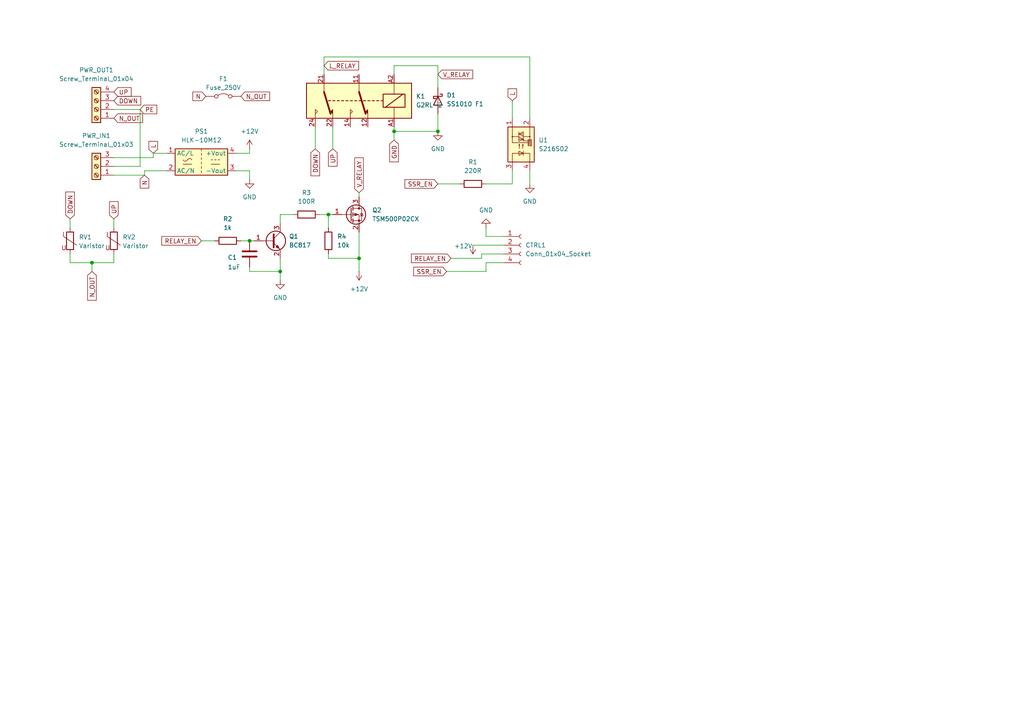
<source format=kicad_sch>
(kicad_sch (version 20250114) (generator "eeschema") (generator_version "9.0")
  (paper "A4")
  (lib_symbols
    (symbol "Connector:Conn_01x04_Socket" (pin_names (offset 1.016) (hide yes))
      (property "Reference" "J" (at 0 5.08 0))
      (property "Value" "Conn_01x04_Socket" (at 0 -7.62 0))
      (symbol "Conn_01x04_Socket_1_1"
        (polyline (pts (xy -1.27 2.54) (xy -0.508 2.54)) (stroke (width 0.1524)))
        (polyline (pts (xy -1.27 0) (xy -0.508 0)) (stroke (width 0.1524)))
        (polyline (pts (xy -1.27 -2.54) (xy -0.508 -2.54)) (stroke (width 0.1524)))
        (polyline (pts (xy -1.27 -5.08) (xy -0.508 -5.08)) (stroke (width 0.1524)))
        (arc (start 0 2.032) (mid -0.5058 2.54) (end 0 3.048) (stroke (width 0.1524)))
        (arc (start 0 -0.508) (mid -0.5058 0) (end 0 0.508) (stroke (width 0.1524)))
        (arc (start 0 -3.048) (mid -0.5058 -2.54) (end 0 -2.032) (stroke (width 0.1524)))
        (arc (start 0 -5.588) (mid -0.5058 -5.08) (end 0 -4.572) (stroke (width 0.1524)))
        (pin passive line (at -5.08 2.54 0) (length 3.81) (name "Pin_1") (number "1"))
        (pin passive line (at -5.08 0 0) (length 3.81) (name "Pin_2") (number "2"))
        (pin passive line (at -5.08 -2.54 0) (length 3.81) (name "Pin_3") (number "3"))
        (pin passive line (at -5.08 -5.08 0) (length 3.81) (name "Pin_4") (number "4"))
      )
    )
    (symbol "Connector:Screw_Terminal_01x03" (pin_names (offset 1.016) (hide yes))
      (property "Reference" "J" (at 0 5.08 0))
      (property "Value" "Screw_Terminal_01x03" (at 0 -5.08 0))
      (symbol "Screw_Terminal_01x03_1_1"
        (rectangle (start -1.27 3.81) (end 1.27 -3.81) (stroke (width 0.254)) (fill (type background)))
        (polyline (pts (xy -0.5334 2.8702) (xy 0.3302 2.032)) (stroke (width 0.1524)))
        (polyline (pts (xy -0.5334 0.3302) (xy 0.3302 -0.508)) (stroke (width 0.1524)))
        (polyline (pts (xy -0.5334 -2.2098) (xy 0.3302 -3.048)) (stroke (width 0.1524)))
        (polyline (pts (xy -0.3556 3.048) (xy 0.508 2.2098)) (stroke (width 0.1524)))
        (polyline (pts (xy -0.3556 0.508) (xy 0.508 -0.3302)) (stroke (width 0.1524)))
        (polyline (pts (xy -0.3556 -2.032) (xy 0.508 -2.8702)) (stroke (width 0.1524)))
        (circle (center 0 2.54) (radius 0.635) (stroke (width 0.1524)))
        (circle (center 0 0) (radius 0.635) (stroke (width 0.1524)))
        (circle (center 0 -2.54) (radius 0.635) (stroke (width 0.1524)))
        (pin passive line (at -5.08 2.54 0) (length 3.81) (name "Pin_1") (number "1"))
        (pin passive line (at -5.08 0 0) (length 3.81) (name "Pin_2") (number "2"))
        (pin passive line (at -5.08 -2.54 0) (length 3.81) (name "Pin_3") (number "3"))
      )
    )
    (symbol "Connector:Screw_Terminal_01x04" (pin_names (offset 1.016) (hide yes))
      (property "Reference" "J" (at 0 5.08 0))
      (property "Value" "Screw_Terminal_01x04" (at 0 -7.62 0))
      (symbol "Screw_Terminal_01x04_1_1"
        (rectangle (start -1.27 3.81) (end 1.27 -6.35) (stroke (width 0.254)) (fill (type background)))
        (polyline (pts (xy -0.5334 2.8702) (xy 0.3302 2.032)) (stroke (width 0.1524)))
        (polyline (pts (xy -0.5334 0.3302) (xy 0.3302 -0.508)) (stroke (width 0.1524)))
        (polyline (pts (xy -0.5334 -2.2098) (xy 0.3302 -3.048)) (stroke (width 0.1524)))
        (polyline (pts (xy -0.5334 -4.7498) (xy 0.3302 -5.588)) (stroke (width 0.1524)))
        (polyline (pts (xy -0.3556 3.048) (xy 0.508 2.2098)) (stroke (width 0.1524)))
        (polyline (pts (xy -0.3556 0.508) (xy 0.508 -0.3302)) (stroke (width 0.1524)))
        (polyline (pts (xy -0.3556 -2.032) (xy 0.508 -2.8702)) (stroke (width 0.1524)))
        (polyline (pts (xy -0.3556 -4.572) (xy 0.508 -5.4102)) (stroke (width 0.1524)))
        (circle (center 0 2.54) (radius 0.635) (stroke (width 0.1524)))
        (circle (center 0 0) (radius 0.635) (stroke (width 0.1524)))
        (circle (center 0 -2.54) (radius 0.635) (stroke (width 0.1524)))
        (circle (center 0 -5.08) (radius 0.635) (stroke (width 0.1524)))
        (pin passive line (at -5.08 2.54 0) (length 3.81) (name "Pin_1") (number "1"))
        (pin passive line (at -5.08 0 0) (length 3.81) (name "Pin_2") (number "2"))
        (pin passive line (at -5.08 -2.54 0) (length 3.81) (name "Pin_3") (number "3"))
        (pin passive line (at -5.08 -5.08 0) (length 3.81) (name "Pin_4") (number "4"))
      )
    )
    (symbol "Converter_ACDC:HLK-10M12"
      (property "Reference" "PS" (at 0 5.08 0))
      (property "Value" "HLK-10M12" (at 0 -5.08 0))
      (symbol "HLK-10M12_0_1"
        (rectangle (start -7.62 3.81) (end 7.62 -3.81) (stroke (width 0.254)) (fill (type background)))
        (polyline (pts (xy -5.334 -0.635) (xy -2.794 -0.635)))
        (arc (start -4.064 0.635) (mid -4.699 0.2495) (end -5.334 0.635))
        (arc (start -4.064 0.635) (mid -3.429 1.0072) (end -2.794 0.635))
        (polyline (pts (xy 0 3.81) (xy 0 3.175)))
        (polyline (pts (xy 0 2.54) (xy 0 1.905)))
        (polyline (pts (xy 0 1.27) (xy 0 0.635)))
        (polyline (pts (xy 0 0) (xy 0 -0.635)))
        (polyline (pts (xy 0 -1.27) (xy 0 -1.905)))
        (polyline (pts (xy 0 -2.54) (xy 0 -3.175)))
        (polyline (pts (xy 2.794 0.635) (xy 3.302 0.635)))
        (polyline (pts (xy 2.794 -0.635) (xy 5.334 -0.635)))
        (polyline (pts (xy 3.81 0.635) (xy 4.318 0.635)))
        (polyline (pts (xy 4.826 0.635) (xy 5.334 0.635)))
      )
      (symbol "HLK-10M12_1_1"
        (pin power_in line (at -10.16 2.54 0) (length 2.54) (name "AC/L") (number "1"))
        (pin power_in line (at -10.16 -2.54 0) (length 2.54) (name "AC/N") (number "2"))
        (pin power_out line (at 10.16 2.54 180) (length 2.54) (name "+Vout") (number "4"))
        (pin power_out line (at 10.16 -2.54 180) (length 2.54) (name "-Vout") (number "3"))
      )
    )
    (symbol "Device:C" (pin_numbers (hide yes)) (pin_names (offset 0.254))
      (property "Reference" "C" (at 0.635 2.54 0))
      (property "Value" "C" (at 0.635 -2.54 0))
      (symbol "C_0_1"
        (polyline (pts (xy -2.032 0.762) (xy 2.032 0.762)) (stroke (width 0.508)))
        (polyline (pts (xy -2.032 -0.762) (xy 2.032 -0.762)) (stroke (width 0.508)))
      )
      (symbol "C_1_1"
        (pin passive line (at 0 3.81 270) (length 2.794) (name "~") (number "1"))
        (pin passive line (at 0 -3.81 90) (length 2.794) (name "~") (number "2"))
      )
    )
    (symbol "Device:R" (pin_numbers (hide yes)) (pin_names (offset 0))
      (property "Reference" "R" (at 2.032 0 90))
      (property "Value" "R" (at 0 0 90))
      (symbol "R_0_1"
        (rectangle (start -1.016 -2.54) (end 1.016 2.54) (stroke (width 0.254)))
      )
      (symbol "R_1_1"
        (pin passive line (at 0 3.81 270) (length 1.27) (name "~") (number "1"))
        (pin passive line (at 0 -3.81 90) (length 1.27) (name "~") (number "2"))
      )
    )
    (symbol "Device:Varistor" (pin_numbers (hide yes)) (pin_names (offset 0))
      (property "Reference" "RV" (at 3.175 0 90))
      (property "Value" "Varistor" (at -3.175 0 90))
      (symbol "Varistor_0_0"
        (text "U" (at -1.778 -2.032 0) (effects (font (size 1.27 1.27))))
      )
      (symbol "Varistor_0_1"
        (polyline (pts (xy -1.905 2.54) (xy -1.905 1.27) (xy 1.905 -1.27)))
        (rectangle (start -1.016 -2.54) (end 1.016 2.54) (stroke (width 0.254)))
      )
      (symbol "Varistor_1_1"
        (pin passive line (at 0 3.81 270) (length 1.27) (name "~") (number "1"))
        (pin passive line (at 0 -3.81 90) (length 1.27) (name "~") (number "2"))
      )
    )
    (symbol "Diode:B360" (pin_numbers (hide yes)) (pin_names (offset 1.016) (hide yes))
      (property "Reference" "D" (at 0 2.54 0))
      (property "Value" "B360" (at 0 -2.54 0))
      (symbol "B360_0_1"
        (polyline (pts (xy -1.905 0.635) (xy -1.905 1.27) (xy -1.27 1.27) (xy -1.27 -1.27) (xy -0.635 -1.27) (xy -0.635 -0.635)) (stroke (width 0.254)))
        (polyline (pts (xy 1.27 1.27) (xy 1.27 -1.27) (xy -1.27 0) (xy 1.27 1.27)) (stroke (width 0.254)))
        (polyline (pts (xy 1.27 0) (xy -1.27 0)))
      )
      (symbol "B360_1_1"
        (pin passive line (at -3.81 0 0) (length 2.54) (name "K") (number "1"))
        (pin passive line (at 3.81 0 180) (length 2.54) (name "A") (number "2"))
      )
    )
    (symbol "Jumper:Jumper_2_Bridged" (pin_numbers (hide yes)) (pin_names (offset 0) (hide yes))
      (property "Reference" "JP" (at 0 1.905 0))
      (property "Value" "Jumper_2_Bridged" (at 0 -2.54 0))
      (symbol "Jumper_2_Bridged_0_0"
        (circle (center -2.032 0) (radius 0.508))
        (circle (center 2.032 0) (radius 0.508))
      )
      (symbol "Jumper_2_Bridged_0_1"
        (arc (start -1.524 0.254) (mid 0 0.762) (end 1.524 0.254))
      )
      (symbol "Jumper_2_Bridged_1_1"
        (pin passive line (at -5.08 0 0) (length 2.54) (name "A") (number "1"))
        (pin passive line (at 5.08 0 180) (length 2.54) (name "B") (number "2"))
      )
    )
    (symbol "Relay:G2RL-2"
      (property "Reference" "K" (at 16.51 3.81 0))
      (property "Value" "G2RL-2" (at 16.51 1.27 0))
      (symbol "G2RL-2_0_1"
        (rectangle (start -15.24 5.08) (end 15.24 -5.08) (stroke (width 0.254)) (fill (type background)))
        (rectangle (start -13.335 1.905) (end -6.985 -1.905) (stroke (width 0.254)))
        (polyline (pts (xy -12.7 -1.905) (xy -7.62 1.905)) (stroke (width 0.254)))
        (polyline (pts (xy -10.16 5.08) (xy -10.16 1.905)))
        (polyline (pts (xy -10.16 -5.08) (xy -10.16 -1.905)))
        (polyline (pts (xy -6.985 0) (xy -6.35 0)) (stroke (width 0.254)))
        (polyline (pts (xy -5.715 0) (xy -5.08 0)) (stroke (width 0.254)))
        (polyline (pts (xy -4.445 0) (xy -3.81 0)) (stroke (width 0.254)))
        (polyline (pts (xy -3.175 0) (xy -2.54 0)) (stroke (width 0.254)))
        (polyline (pts (xy -2.54 5.08) (xy -2.54 2.54) (xy -1.905 3.175) (xy -2.54 3.81)) (fill (type outline)))
        (polyline (pts (xy -1.905 0) (xy -1.27 0)) (stroke (width 0.254)))
        (polyline (pts (xy -0.635 0) (xy 0 0)) (stroke (width 0.254)))
        (polyline (pts (xy 0 -2.54) (xy -1.905 3.81)) (stroke (width 0.508)))
        (polyline (pts (xy 0 -2.54) (xy 0 -5.08)))
        (polyline (pts (xy 0.635 0) (xy 1.27 0)) (stroke (width 0.254)))
        (polyline (pts (xy 1.905 0) (xy 2.54 0)) (stroke (width 0.254)))
        (polyline (pts (xy 2.54 5.08) (xy 2.54 2.54) (xy 1.905 3.175) (xy 2.54 3.81)))
        (polyline (pts (xy 3.175 0) (xy 3.81 0)) (stroke (width 0.254)))
        (polyline (pts (xy 4.445 0) (xy 5.08 0)) (stroke (width 0.254)))
        (polyline (pts (xy 5.715 0) (xy 6.35 0)) (stroke (width 0.254)))
        (polyline (pts (xy 6.985 0) (xy 7.62 0)) (stroke (width 0.254)))
        (polyline (pts (xy 7.62 5.08) (xy 7.62 2.54) (xy 8.255 3.175) (xy 7.62 3.81)) (fill (type outline)))
        (polyline (pts (xy 8.255 0) (xy 8.89 0)) (stroke (width 0.254)))
        (polyline (pts (xy 10.16 -2.54) (xy 8.255 3.81)) (stroke (width 0.508)))
        (polyline (pts (xy 10.16 -2.54) (xy 10.16 -5.08)))
        (polyline (pts (xy 12.7 5.08) (xy 12.7 2.54) (xy 12.065 3.175) (xy 12.7 3.81)))
      )
      (symbol "G2RL-2_1_1"
        (pin passive line (at -10.16 7.62 270) (length 2.54) (name "~") (number "A1"))
        (pin passive line (at -10.16 -7.62 90) (length 2.54) (name "~") (number "A2"))
        (pin passive line (at -2.54 7.62 270) (length 2.54) (name "~") (number "12"))
        (pin passive line (at 0 -7.62 90) (length 2.54) (name "~") (number "11"))
        (pin passive line (at 2.54 7.62 270) (length 2.54) (name "~") (number "14"))
        (pin passive line (at 7.62 7.62 270) (length 2.54) (name "~") (number "22"))
        (pin passive line (at 10.16 -7.62 90) (length 2.54) (name "~") (number "21"))
        (pin passive line (at 12.7 7.62 270) (length 2.54) (name "~") (number "24"))
      )
    )
    (symbol "Relay_SolidState:S216S02"
      (property "Reference" "U" (at -5.08 5.08 0))
      (property "Value" "S216S02" (at 0 5.08 0))
      (symbol "S216S02_0_0"
        (rectangle (start -0.381 -2.032) (end 1.397 -3.048))
        (polyline (pts (xy 1.524 -0.635) (xy 1.016 -1.016) (xy 1.016 -2.032)))
        (polyline (pts (xy 2.286 -2.54) (xy 1.397 -2.54)))
        (text "ZCD" (at 0.508 -2.54 0) (effects (font (size 0.508 0.508))))
      )
      (symbol "S216S02_0_1"
        (rectangle (start -5.08 3.81) (end 5.08 -3.81) (stroke (width 0.254)) (fill (type background)))
        (polyline (pts (xy -5.08 2.54) (xy -2.54 2.54) (xy -2.54 -2.54) (xy -5.08 -2.54)))
        (polyline (pts (xy -3.175 -0.635) (xy -1.905 -0.635)))
        (polyline (pts (xy -2.54 -0.635) (xy -3.175 0.635) (xy -1.905 0.635) (xy -2.54 -0.635)))
        (polyline (pts (xy -1.143 0.508) (xy 0.127 0.508) (xy -0.254 0.381) (xy -0.254 0.635) (xy 0.127 0.508)))
        (polyline (pts (xy -1.143 -0.508) (xy 0.127 -0.508) (xy -0.254 -0.635) (xy -0.254 -0.381) (xy 0.127 -0.508)))
        (polyline (pts (xy 0.889 -0.635) (xy 3.683 -0.635) (xy 3.048 0.635) (xy 2.413 -0.635)))
        (polyline (pts (xy 1.524 -0.635) (xy 1.524 0.635)))
        (polyline (pts (xy 2.286 2.54) (xy 0.508 2.54) (xy 0.508 -2.032)))
        (circle (center 2.286 2.54) (radius 0.127))
        (polyline (pts (xy 2.286 0.635) (xy 2.286 2.54) (xy 5.08 2.54)))
        (polyline (pts (xy 2.286 -0.635) (xy 2.286 -2.54) (xy 5.08 -2.54)))
        (circle (center 2.286 -2.54) (radius 0.127))
        (polyline (pts (xy 3.048 0.635) (xy 3.048 -0.635)))
        (polyline (pts (xy 3.683 0.635) (xy 0.889 0.635) (xy 1.524 -0.635) (xy 2.159 0.635)))
      )
      (symbol "S216S02_1_1"
        (pin passive line (at -7.62 2.54 0) (length 2.54) (name "~") (number "3"))
        (pin passive line (at -7.62 -2.54 0) (length 2.54) (name "~") (number "4"))
        (pin passive line (at 7.62 2.54 180) (length 2.54) (name "~") (number "1"))
        (pin passive line (at 7.62 -2.54 180) (length 2.54) (name "~") (number "2"))
      )
    )
    (symbol "Transistor_BJT:BC817" (pin_names (offset 0) (hide yes))
      (property "Reference" "Q" (at 5.08 1.905 0))
      (property "Value" "BC817" (at 5.08 0 0))
      (symbol "BC817_0_1"
        (polyline (pts (xy -2.54 0) (xy 0.635 0)))
        (polyline (pts (xy 0.635 1.905) (xy 0.635 -1.905)) (stroke (width 0.508)))
        (circle (center 1.27 0) (radius 2.8194) (stroke (width 0.254)))
      )
      (symbol "BC817_1_1"
        (polyline (pts (xy 0.635 0.635) (xy 2.54 2.54)))
        (polyline (pts (xy 0.635 -0.635) (xy 2.54 -2.54)))
        (polyline (pts (xy 1.27 -1.778) (xy 1.778 -1.27) (xy 2.286 -2.286) (xy 1.27 -1.778)) (fill (type outline)))
        (pin input line (at -5.08 0 0) (length 2.54) (name "B") (number "1"))
        (pin passive line (at 2.54 5.08 270) (length 2.54) (name "C") (number "3"))
        (pin passive line (at 2.54 -5.08 90) (length 2.54) (name "E") (number "2"))
      )
    )
    (symbol "Transistor_FET:TSM2301ACX" (pin_names (hide yes))
      (property "Reference" "Q" (at 5.08 1.905 0))
      (property "Value" "TSM2301ACX" (at 5.08 0 0))
      (symbol "TSM2301ACX_0_1"
        (polyline (pts (xy 0.254 1.905) (xy 0.254 -1.905)) (stroke (width 0.254)))
        (polyline (pts (xy 0.254 0) (xy -2.54 0)))
        (polyline (pts (xy 0.762 2.286) (xy 0.762 1.27)) (stroke (width 0.254)))
        (polyline (pts (xy 0.762 1.778) (xy 3.302 1.778) (xy 3.302 -1.778) (xy 0.762 -1.778)))
        (polyline (pts (xy 0.762 0.508) (xy 0.762 -0.508)) (stroke (width 0.254)))
        (polyline (pts (xy 0.762 -1.27) (xy 0.762 -2.286)) (stroke (width 0.254)))
        (circle (center 1.651 0) (radius 2.794) (stroke (width 0.254)))
        (polyline (pts (xy 2.286 0) (xy 1.27 0.381) (xy 1.27 -0.381) (xy 2.286 0)) (fill (type outline)))
        (polyline (pts (xy 2.54 2.54) (xy 2.54 1.778)))
        (circle (center 2.54 1.778) (radius 0.254) (fill (type outline)))
        (circle (center 2.54 -1.778) (radius 0.254) (fill (type outline)))
        (polyline (pts (xy 2.54 -2.54) (xy 2.54 0) (xy 0.762 0)))
        (polyline (pts (xy 2.794 -0.508) (xy 2.921 -0.381) (xy 3.683 -0.381) (xy 3.81 -0.254)))
        (polyline (pts (xy 3.302 -0.381) (xy 2.921 0.254) (xy 3.683 0.254) (xy 3.302 -0.381)))
      )
      (symbol "TSM2301ACX_1_1"
        (pin input line (at -5.08 0 0) (length 2.54) (name "G") (number "1"))
        (pin passive line (at 2.54 5.08 270) (length 2.54) (name "D") (number "3"))
        (pin passive line (at 2.54 -5.08 90) (length 2.54) (name "S") (number "2"))
      )
    )
    (symbol "power:+12V" (power) (pin_numbers (hide yes)) (pin_names (offset 0) (hide yes))
      (property "Value" "+12V" (at 0 3.556 0))
      (symbol "+12V_0_1"
        (polyline (pts (xy -0.762 1.27) (xy 0 2.54)))
        (polyline (pts (xy 0 2.54) (xy 0.762 1.27)))
        (polyline (pts (xy 0 0) (xy 0 2.54)))
      )
      (symbol "+12V_1_1"
        (pin power_in line (at 0 0 90) (length 0) (name "~") (number "1"))
      )
    )
    (symbol "power:GND" (power) (pin_numbers (hide yes)) (pin_names (offset 0) (hide yes))
      (property "Value" "GND" (at 0 -3.81 0))
      (symbol "GND_0_1"
        (polyline (pts (xy 0 0) (xy 0 -1.27) (xy 1.27 -1.27) (xy 0 -2.54) (xy -1.27 -1.27) (xy 0 -1.27)))
      )
      (symbol "GND_1_1"
        (pin power_in line (at 0 0 270) (length 0) (name "~") (number "1"))
      )
    )
  )
  (junction (at 72.39 69.85))
  (junction (at 114.3 38.1))
  (junction (at 26.67 76.2))
  (junction (at 81.28 78.74))
  (junction (at 95.25 62.23))
  (junction (at 104.14 74.93))
  (junction (at 127 38.1))
  (wire (pts (xy 40.64 48.26) (xy 40.64 31.75)))
  (wire (pts (xy 127 19.05) (xy 127 25.4)))
  (wire (pts (xy 26.67 78.74) (xy 26.67 76.2)))
  (wire (pts (xy 104.14 78.74) (xy 104.14 74.93)))
  (wire (pts (xy 153.67 16.51) (xy 153.67 34.29)))
  (wire (pts (xy 72.39 49.53) (xy 72.39 52.07)))
  (wire (pts (xy 91.44 36.83) (xy 91.44 43.18)))
  (wire (pts (xy 81.28 78.74) (xy 81.28 81.28)))
  (wire (pts (xy 33.02 76.2) (xy 33.02 73.66)))
  (wire (pts (xy 148.59 49.53) (xy 148.59 53.34)))
  (wire (pts (xy 146.05 73.66) (xy 139.7 73.66)))
  (wire (pts (xy 140.97 53.34) (xy 148.59 53.34)))
  (wire (pts (xy 140.97 68.58) (xy 140.97 66.04)))
  (wire (pts (xy 114.3 38.1) (xy 127 38.1)))
  (wire (pts (xy 140.97 78.74) (xy 129.54 78.74)))
  (wire (pts (xy 146.05 68.58) (xy 140.97 68.58)))
  (wire (pts (xy 68.58 44.45) (xy 72.39 44.45)))
  (wire (pts (xy 114.3 19.05) (xy 127 19.05)))
  (wire (pts (xy 44.45 44.45) (xy 48.26 44.45)))
  (wire (pts (xy 72.39 69.85) (xy 73.66 69.85)))
  (wire (pts (xy 41.91 50.8) (xy 41.91 49.53)))
  (wire (pts (xy 127 38.1) (xy 127 33.02)))
  (wire (pts (xy 127 53.34) (xy 133.35 53.34)))
  (wire (pts (xy 96.52 36.83) (xy 96.52 43.18)))
  (wire (pts (xy 20.32 76.2) (xy 26.67 76.2)))
  (wire (pts (xy 114.3 21.59) (xy 114.3 19.05)))
  (wire (pts (xy 44.45 45.72) (xy 44.45 44.45)))
  (wire (pts (xy 26.67 76.2) (xy 33.02 76.2)))
  (wire (pts (xy 104.14 74.93) (xy 104.14 67.31)))
  (wire (pts (xy 95.25 73.66) (xy 95.25 74.93)))
  (wire (pts (xy 104.14 55.88) (xy 104.14 57.15)))
  (wire (pts (xy 114.3 38.1) (xy 114.3 40.64)))
  (wire (pts (xy 72.39 77.47) (xy 72.39 78.74)))
  (wire (pts (xy 68.58 49.53) (xy 72.39 49.53)))
  (wire (pts (xy 93.98 16.51) (xy 153.67 16.51)))
  (wire (pts (xy 33.02 50.8) (xy 41.91 50.8)))
  (wire (pts (xy 114.3 36.83) (xy 114.3 38.1)))
  (wire (pts (xy 95.25 74.93) (xy 104.14 74.93)))
  (wire (pts (xy 81.28 64.77) (xy 81.28 62.23)))
  (wire (pts (xy 69.85 69.85) (xy 72.39 69.85)))
  (wire (pts (xy 33.02 45.72) (xy 44.45 45.72)))
  (wire (pts (xy 20.32 73.66) (xy 20.32 76.2)))
  (wire (pts (xy 72.39 78.74) (xy 81.28 78.74)))
  (wire (pts (xy 95.25 62.23) (xy 96.52 62.23)))
  (wire (pts (xy 58.42 69.85) (xy 62.23 69.85)))
  (wire (pts (xy 33.02 48.26) (xy 40.64 48.26)))
  (wire (pts (xy 41.91 49.53) (xy 48.26 49.53)))
  (wire (pts (xy 146.05 76.2) (xy 140.97 76.2)))
  (wire (pts (xy 140.97 76.2) (xy 140.97 78.74)))
  (wire (pts (xy 72.39 44.45) (xy 72.39 43.18)))
  (wire (pts (xy 40.64 31.75) (xy 33.02 31.75)))
  (wire (pts (xy 33.02 63.5) (xy 33.02 66.04)))
  (wire (pts (xy 139.7 73.66) (xy 139.7 74.93)))
  (wire (pts (xy 146.05 71.12) (xy 137.16 71.12)))
  (wire (pts (xy 81.28 62.23) (xy 85.09 62.23)))
  (wire (pts (xy 81.28 74.93) (xy 81.28 78.74)))
  (wire (pts (xy 139.7 74.93) (xy 130.81 74.93)))
  (wire (pts (xy 93.98 21.59) (xy 93.98 16.51)))
  (wire (pts (xy 95.25 62.23) (xy 95.25 66.04)))
  (wire (pts (xy 148.59 29.21) (xy 148.59 34.29)))
  (wire (pts (xy 153.67 53.34) (xy 153.67 49.53)))
  (wire (pts (xy 20.32 63.5) (xy 20.32 66.04)))
  (wire (pts (xy 92.71 62.23) (xy 95.25 62.23)))
  (global_label "GND" (shape input) (at 114.3 40.64 270) (property "Intersheetrefs" "${INTERSHEET_REFS}" (effects (hide yes))))
  (global_label "N" (shape input) (at 41.91 50.8 270) (property "Intersheetrefs" "${INTERSHEET_REFS}" (effects (hide yes))))
  (global_label "V_RELAY" (shape input) (at 127 21.59 0) (property "Intersheetrefs" "${INTERSHEET_REFS}" (effects (hide yes))))
  (global_label "V_RELAY" (shape input) (at 104.14 55.88 90) (property "Intersheetrefs" "${INTERSHEET_REFS}" (effects (hide yes))))
  (global_label "L" (shape input) (at 44.45 44.45 90) (property "Intersheetrefs" "${INTERSHEET_REFS}" (effects (hide yes))))
  (global_label "N_OUT" (shape input) (at 69.85 27.94 0) (property "Intersheetrefs" "${INTERSHEET_REFS}" (effects (hide yes))))
  (global_label "UP" (shape input) (at 33.02 26.67 0) (property "Intersheetrefs" "${INTERSHEET_REFS}" (effects (hide yes))))
  (global_label "N" (shape input) (at 59.69 27.94 180) (property "Intersheetrefs" "${INTERSHEET_REFS}" (effects (hide yes))))
  (global_label "SSR_EN" (shape input) (at 127 53.34 180) (property "Intersheetrefs" "${INTERSHEET_REFS}" (effects (hide yes))))
  (global_label "N_OUT" (shape input) (at 33.02 34.29 0) (property "Intersheetrefs" "${INTERSHEET_REFS}" (effects (hide yes))))
  (global_label "DOWN" (shape input) (at 91.44 43.18 270) (property "Intersheetrefs" "${INTERSHEET_REFS}" (effects (hide yes))))
  (global_label "DOWN" (shape input) (at 33.02 29.21 0) (property "Intersheetrefs" "${INTERSHEET_REFS}" (effects (hide yes))))
  (global_label "SSR_EN" (shape input) (at 129.54 78.74 180) (property "Intersheetrefs" "${INTERSHEET_REFS}" (effects (hide yes))))
  (global_label "RELAY_EN" (shape input) (at 58.42 69.85 180) (property "Intersheetrefs" "${INTERSHEET_REFS}" (effects (hide yes))))
  (global_label "L" (shape input) (at 148.59 29.21 90) (property "Intersheetrefs" "${INTERSHEET_REFS}" (effects (hide yes))))
  (global_label "PE" (shape input) (at 40.64 31.75 0) (property "Intersheetrefs" "${INTERSHEET_REFS}" (effects (hide yes))))
  (global_label "RELAY_EN" (shape input) (at 130.81 74.93 180) (property "Intersheetrefs" "${INTERSHEET_REFS}" (effects (hide yes))))
  (global_label "UP" (shape input) (at 33.02 63.5 90) (property "Intersheetrefs" "${INTERSHEET_REFS}" (effects (hide yes))))
  (global_label "N_OUT" (shape input) (at 26.67 78.74 270) (property "Intersheetrefs" "${INTERSHEET_REFS}" (effects (hide yes))))
  (global_label "DOWN" (shape input) (at 20.32 63.5 90) (property "Intersheetrefs" "${INTERSHEET_REFS}" (effects (hide yes))))
  (global_label "L_RELAY" (shape input) (at 93.98 19.05 0) (property "Intersheetrefs" "${INTERSHEET_REFS}" (effects (hide yes))))
  (global_label "UP" (shape input) (at 96.52 43.18 270) (property "Intersheetrefs" "${INTERSHEET_REFS}" (effects (hide yes))))
  (symbol (lib_id "Device:C") (at 72.39 73.66 0) (unit 1)
    (property "Reference" "C1" (at 66.04 74.676 0) (effects (justify left)))
    (property "Value" "1uF" (at 66.04 77.47 0) (effects (justify left)))
    (property "Footprint" "Capacitor_SMD:C_0603_1608Metric_Pad1.08x0.95mm_HandSolder" (effects (hide yes)))
    (property "Description" "Unpolarized capacitor" (effects (hide yes)))
  )
  (symbol (lib_id "power:GND") (at 153.67 53.34 0) (unit 1)
    (property "Reference" "#PWR01" (effects (hide yes)))
    (property "Value" "GND" (at 153.67 58.42 0))
    (property "Description" "Power symbol creates a global label with name \"GND\" , ground" (effects (hide yes)))
  )
  (symbol (lib_id "Device:R") (at 95.25 69.85 180) (unit 1)
    (property "Reference" "R4" (at 97.79 68.5799 0) (effects (justify right)))
    (property "Value" "10k" (at 97.79 71.1199 0) (effects (justify right)))
    (property "Footprint" "Resistor_SMD:R_0201_0603Metric_Pad0.64x0.40mm_HandSolder" (effects (hide yes)))
    (property "Description" "Resistor" (effects (hide yes)))
  )
  (symbol (lib_id "power:GND") (at 140.97 66.04 180) (unit 1)
    (property "Reference" "#PWR07" (effects (hide yes)))
    (property "Value" "GND" (at 140.97 60.96 0))
    (property "Description" "Power symbol creates a global label with name \"GND\" , ground" (effects (hide yes)))
  )
  (symbol (lib_id "Relay:G2RL-2") (at 104.14 29.21 180) (unit 1)
    (property "Reference" "K1" (at 120.65 27.9399 0) (effects (justify right)))
    (property "Value" "G2RL-2" (at 120.65 30.4799 0) (effects (justify right)))
    (property "Footprint" "Relay_THT:Relay_DPDT_Omron_G2RL-2" (effects (hide yes)))
    (property "Datasheet" "https://omronfs.omron.com/en_US/ecb/products/pdf/en-g2rl.pdf" (effects (hide yes)))
    (property "Description" "General Purpose Low Profile Relay DPDT Through Hole, Omron G2RL series, 8A 250VAC" (effects (hide yes)))
  )
  (symbol (lib_id "Transistor_FET:TSM2301ACX") (at 101.6 62.23 0) (unit 1)
    (property "Reference" "Q2" (at 107.95 60.9599 0) (effects (justify left)))
    (property "Value" "TSM500P02CX" (at 107.95 63.4999 0) (effects (justify left)))
    (property "Footprint" "Package_TO_SOT_SMD:SOT-23" (effects (hide yes)))
    (property "Datasheet" "https://services.taiwansemi.com/storage/resources/datasheet/TSM2301A_C15.pdf" (effects (hide yes)))
    (property "Description" "-2.8A Id, -20V Vds, P-Channel MOSFET, SOT-23" (effects (hide yes)))
  )
  (symbol (lib_id "power:GND") (at 81.28 81.28 0) (unit 1)
    (property "Reference" "#PWR02" (effects (hide yes)))
    (property "Value" "GND" (at 81.28 86.36 0))
    (property "Description" "Power symbol creates a global label with name \"GND\" , ground" (effects (hide yes)))
  )
  (symbol (lib_id "Jumper:Jumper_2_Bridged") (at 64.77 27.94 0) (unit 1)
    (property "Reference" "F1" (at 64.77 22.86 0))
    (property "Value" "Fuse_250V" (at 64.77 25.4 0))
    (property "Footprint" "TestPoint:TestPoint_2Pads_Pitch5.08mm_Drill1.3mm" (effects (hide yes)))
    (property "Description" "Jumper, 2-pole, closed/bridged" (effects (hide yes)))
  )
  (symbol (lib_id "power:GND") (at 72.39 52.07 0) (unit 1)
    (property "Reference" "#PWR06" (effects (hide yes)))
    (property "Value" "GND" (at 72.39 57.15 0))
    (property "Description" "Power symbol creates a global label with name \"GND\" , ground" (effects (hide yes)))
  )
  (symbol (lib_id "Diode:B360") (at 127 29.21 270) (unit 1)
    (property "Reference" "D1" (at 129.54 27.6224 90) (effects (justify left)))
    (property "Value" "SS1010 F1" (at 129.54 30.1624 90) (effects (justify left)))
    (property "Footprint" "Diode_SMD:D_SMC" (effects (hide yes)))
    (property "Datasheet" "http://www.jameco.com/Jameco/Products/ProdDS/1538777.pdf" (effects (hide yes)))
    (property "Description" "60V 3A Schottky Barrier Rectifier Diode, SMC" (effects (hide yes)))
  )
  (symbol (lib_id "Device:R") (at 66.04 69.85 90) (unit 1)
    (property "Reference" "R2" (at 66.04 63.5 90))
    (property "Value" "1k" (at 66.04 66.04 90))
    (property "Footprint" "Resistor_SMD:R_0201_0603Metric_Pad0.64x0.40mm_HandSolder" (effects (hide yes)))
    (property "Description" "Resistor" (effects (hide yes)))
  )
  (symbol (lib_id "Converter_ACDC:HLK-10M12") (at 58.42 46.99 0) (unit 1)
    (property "Reference" "PS1" (at 58.42 38.1 0))
    (property "Value" "HLK-10M12" (at 58.42 40.64 0))
    (property "Footprint" "Converter_ACDC:Converter_ACDC_Hi-Link_HLK-10Mxx" (effects (hide yes)))
    (property "Datasheet" "http://h.hlktech.com/download/ACDC%E7%94%B5%E6%BA%90%E6%A8%A1%E5%9D%9710W%E7%B3%BB%E5%88%97/1/%E6%B5%B7%E5%87%8C%E7%A7%9110W%E7%B3%BB%E5%88%97%E7%94%B5%E6%BA%90%E6%A8%A1%E5%9D%97%E8%A7%84%E6%A0%BC%E4%B9%A6V1.8.pdf" (effects (hide yes)))
    (property "Description" "Compact AC/DC board mount power module 10W 12V" (effects (hide yes)))
  )
  (symbol (lib_id "Transistor_BJT:BC817") (at 78.74 69.85 0) (unit 1)
    (property "Reference" "Q1" (at 83.82 68.5799 0) (effects (justify left)))
    (property "Value" "BC817" (at 83.82 71.1199 0) (effects (justify left)))
    (property "Footprint" "Package_TO_SOT_SMD:SOT-23" (effects (hide yes)))
    (property "Datasheet" "https://www.onsemi.com/pub/Collateral/BC818-D.pdf" (effects (hide yes)))
    (property "Description" "0.8A Ic, 45V Vce, NPN Transistor, SOT-23" (effects (hide yes)))
  )
  (symbol (lib_id "Device:Varistor") (at 33.02 69.85 0) (unit 1)
    (property "Reference" "RV2" (at 35.56 68.7732 0) (effects (justify left)))
    (property "Value" "Varistor" (at 35.56 71.3132 0) (effects (justify left)))
    (property "Footprint" "Varistor:RV_Disc_D12mm_W3.9mm_P7.5mm" (effects (hide yes)))
    (property "Description" "Voltage dependent resistor" (effects (hide yes)))
    (property "Sim.Name" "kicad_builtin_varistor" (effects (hide yes)))
    (property "Sim.Device" "SUBCKT" (effects (hide yes)))
    (property "Sim.Pins" "1=A 2=B" (effects (hide yes)))
    (property "Sim.Params" "threshold=1k" (effects (hide yes)))
    (property "Sim.Library" "${KICAD9_SYMBOL_DIR}/Simulation_SPICE.sp" (effects (hide yes)))
  )
  (symbol (lib_id "Connector:Screw_Terminal_01x03") (at 27.94 48.26 180) (unit 1)
    (property "Reference" "PWR_IN1" (at 27.94 39.37 0))
    (property "Value" "Screw_Terminal_01x03" (at 27.94 41.91 0))
    (property "Footprint" "TerminalBlock:TerminalBlock_MaiXu_MX126-5.0-03P_1x03_P5.00mm" (effects (hide yes)))
    (property "Description" "Generic screw terminal, single row, 01x03, script generated (kicad-library-utils/schlib/autogen/connector/)" (effects (hide yes)))
  )
  (symbol (lib_id "power:+12V") (at 137.16 71.12 180) (unit 1)
    (property "Reference" "#PWR08" (effects (hide yes)))
    (property "Value" "+12V" (at 134.366 71.374 0))
    (property "Description" "Power symbol creates a global label with name \"+12V\"" (effects (hide yes)))
  )
  (symbol (lib_id "Connector:Screw_Terminal_01x04") (at 27.94 31.75 180) (unit 1)
    (property "Reference" "PWR_OUT1" (at 27.94 20.32 0))
    (property "Value" "Screw_Terminal_01x04" (at 27.94 22.86 0))
    (property "Footprint" "TerminalBlock:TerminalBlock_MaiXu_MX126-5.0-04P_1x04_P5.00mm" (effects (hide yes)))
    (property "Description" "Generic screw terminal, single row, 01x04, script generated (kicad-library-utils/schlib/autogen/connector/)" (effects (hide yes)))
  )
  (symbol (lib_id "Device:Varistor") (at 20.32 69.85 0) (unit 1)
    (property "Reference" "RV1" (at 22.86 68.7732 0) (effects (justify left)))
    (property "Value" "Varistor" (at 22.86 71.3132 0) (effects (justify left)))
    (property "Footprint" "Varistor:RV_Disc_D12mm_W3.9mm_P7.5mm" (effects (hide yes)))
    (property "Description" "Voltage dependent resistor" (effects (hide yes)))
    (property "Sim.Name" "kicad_builtin_varistor" (effects (hide yes)))
    (property "Sim.Device" "SUBCKT" (effects (hide yes)))
    (property "Sim.Pins" "1=A 2=B" (effects (hide yes)))
    (property "Sim.Params" "threshold=1k" (effects (hide yes)))
    (property "Sim.Library" "${KICAD9_SYMBOL_DIR}/Simulation_SPICE.sp" (effects (hide yes)))
  )
  (symbol (lib_id "Connector:Conn_01x04_Socket") (at 151.13 71.12 0) (unit 1)
    (property "Reference" "CTRL1" (at 152.4 71.1199 0) (effects (justify left)))
    (property "Value" "Conn_01x04_Socket" (at 152.4 73.6599 0) (effects (justify left)))
    (property "Footprint" "Connector_PinHeader_2.54mm:PinHeader_1x04_P2.54mm_Vertical" (effects (hide yes)))
    (property "Description" "Generic connector, single row, 01x04, script generated" (effects (hide yes)))
  )
  (symbol (lib_id "Relay_SolidState:S216S02") (at 151.13 41.91 90) (unit 1)
    (property "Reference" "U1" (at 156.21 40.6399 90) (effects (justify right)))
    (property "Value" "S216S02" (at 156.21 43.1799 90) (effects (justify right)))
    (property "Footprint" "Package_SIP:SIP4_Sharp-SSR_P7.62mm_Straight" (effects (hide yes)))
    (property "Datasheet" "http://www.sharp-world.com/products/device/lineup/data/pdf/datasheet/s116s02_e.pdf" (effects (hide yes)))
    (property "Description" "Zero Cross Opto-Triac, Vdrm 600V, Ift 8mA, IT 16A" (effects (hide yes)))
  )
  (symbol (lib_id "power:+12V") (at 72.39 43.18 0) (unit 1)
    (property "Reference" "#PWR05" (effects (hide yes)))
    (property "Value" "+12V" (at 72.39 38.1 0))
    (property "Description" "Power symbol creates a global label with name \"+12V\"" (effects (hide yes)))
  )
  (symbol (lib_id "power:GND") (at 127 38.1 0) (unit 1)
    (property "Reference" "#PWR03" (effects (hide yes)))
    (property "Value" "GND" (at 127 43.18 0))
    (property "Description" "Power symbol creates a global label with name \"GND\" , ground" (effects (hide yes)))
  )
  (symbol (lib_id "power:+12V") (at 104.14 78.74 180) (unit 1)
    (property "Reference" "#PWR04" (effects (hide yes)))
    (property "Value" "+12V" (at 104.14 83.82 0))
    (property "Description" "Power symbol creates a global label with name \"+12V\"" (effects (hide yes)))
  )
  (symbol (lib_id "Device:R") (at 88.9 62.23 90) (unit 1)
    (property "Reference" "R3" (at 88.9 55.88 90))
    (property "Value" "100R" (at 88.9 58.42 90))
    (property "Footprint" "Resistor_SMD:R_0201_0603Metric_Pad0.64x0.40mm_HandSolder" (effects (hide yes)))
    (property "Description" "Resistor" (effects (hide yes)))
  )
  (symbol (lib_id "Device:R") (at 137.16 53.34 90) (unit 1)
    (property "Reference" "R1" (at 137.16 46.99 90))
    (property "Value" "220R" (at 137.16 49.53 90))
    (property "Footprint" "Resistor_SMD:R_0201_0603Metric_Pad0.64x0.40mm_HandSolder" (effects (hide yes)))
    (property "Description" "Resistor" (effects (hide yes)))
  )
)
</source>
